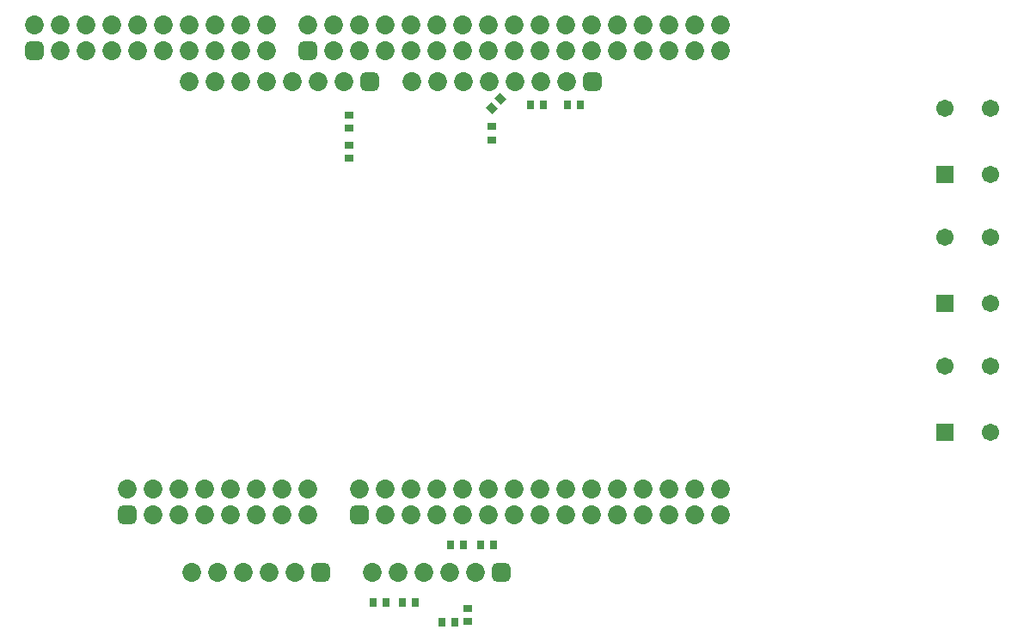
<source format=gbr>
G04*
G04 #@! TF.GenerationSoftware,Altium Limited,Altium Designer,23.10.1 (27)*
G04*
G04 Layer_Color=16711935*
%FSLAX44Y44*%
%MOMM*%
G71*
G04*
G04 #@! TF.SameCoordinates,671930CB-C111-41D6-978D-B382350784AC*
G04*
G04*
G04 #@! TF.FilePolarity,Negative*
G04*
G01*
G75*
%ADD13R,0.9032X0.8032*%
G04:AMPARAMS|DCode=15|XSize=0.9032mm|YSize=0.8032mm|CornerRadius=0mm|HoleSize=0mm|Usage=FLASHONLY|Rotation=135.000|XOffset=0mm|YOffset=0mm|HoleType=Round|Shape=Rectangle|*
%AMROTATEDRECTD15*
4,1,4,0.6033,-0.0354,0.0354,-0.6033,-0.6033,0.0354,-0.0354,0.6033,0.6033,-0.0354,0.0*
%
%ADD15ROTATEDRECTD15*%

%ADD16R,0.8032X0.9032*%
G04:AMPARAMS|DCode=18|XSize=1.8532mm|YSize=1.8532mm|CornerRadius=0.5141mm|HoleSize=0mm|Usage=FLASHONLY|Rotation=180.000|XOffset=0mm|YOffset=0mm|HoleType=Round|Shape=RoundedRectangle|*
%AMROUNDEDRECTD18*
21,1,1.8532,0.8250,0,0,180.0*
21,1,0.8250,1.8532,0,0,180.0*
1,1,1.0282,-0.4125,0.4125*
1,1,1.0282,0.4125,0.4125*
1,1,1.0282,0.4125,-0.4125*
1,1,1.0282,-0.4125,-0.4125*
%
%ADD18ROUNDEDRECTD18*%
%ADD19C,1.8532*%
%ADD20R,1.7032X1.7032*%
%ADD21C,1.7032*%
D13*
X491555Y495827D02*
D03*
Y508827D02*
D03*
X351536Y520192D02*
D03*
Y507192D02*
D03*
Y477474D02*
D03*
Y490474D02*
D03*
X468630Y34290D02*
D03*
Y21290D02*
D03*
D15*
X500713Y536273D02*
D03*
X491520Y527080D02*
D03*
D16*
X374904Y40132D02*
D03*
X387904D02*
D03*
X416560D02*
D03*
X403560D02*
D03*
X464358Y96520D02*
D03*
X451358D02*
D03*
X480776Y97028D02*
D03*
X493776D02*
D03*
X442422Y20574D02*
D03*
X455422D02*
D03*
X530098Y530352D02*
D03*
X543098D02*
D03*
X579162Y529898D02*
D03*
X566162D02*
D03*
D18*
X501500Y69497D02*
D03*
X323200D02*
D03*
X372100Y552697D02*
D03*
X591200D02*
D03*
X41778Y583880D02*
D03*
X361818Y126680D02*
D03*
X133218Y126680D02*
D03*
X311018Y583880D02*
D03*
D19*
X425300Y69497D02*
D03*
X450700D02*
D03*
X476100D02*
D03*
X399900D02*
D03*
X374500D02*
D03*
X196200D02*
D03*
X272400D02*
D03*
X247000D02*
D03*
X221600D02*
D03*
X297800D02*
D03*
X194300Y552697D02*
D03*
X219700D02*
D03*
X245100D02*
D03*
X270500D02*
D03*
X346700D02*
D03*
X321300D02*
D03*
X295900D02*
D03*
X413400D02*
D03*
X438800D02*
D03*
X464200D02*
D03*
X489600D02*
D03*
X565800D02*
D03*
X540400D02*
D03*
X515000D02*
D03*
X117978Y583880D02*
D03*
X92578D02*
D03*
X67178D02*
D03*
X143378D02*
D03*
X168778D02*
D03*
X41778Y609280D02*
D03*
X117978D02*
D03*
X92578D02*
D03*
X67178D02*
D03*
X143378D02*
D03*
X168778D02*
D03*
X194178Y583880D02*
D03*
X244978D02*
D03*
X219578D02*
D03*
X270378D02*
D03*
X194178Y609280D02*
D03*
X244978D02*
D03*
X219578D02*
D03*
X270378D02*
D03*
X692018Y126680D02*
D03*
X641218D02*
D03*
X615818D02*
D03*
X666618D02*
D03*
X717418D02*
D03*
Y152080D02*
D03*
X438018Y126680D02*
D03*
X412618D02*
D03*
X387218D02*
D03*
X463418D02*
D03*
X488818D02*
D03*
X361818Y152080D02*
D03*
X438018D02*
D03*
X412618D02*
D03*
X387218D02*
D03*
X463418D02*
D03*
X488818D02*
D03*
X514218Y126680D02*
D03*
X565018D02*
D03*
X539618D02*
D03*
X590418D02*
D03*
X514218Y152080D02*
D03*
X641218D02*
D03*
X692018D02*
D03*
X615818D02*
D03*
X565018D02*
D03*
X539618D02*
D03*
X590418D02*
D03*
X666618D02*
D03*
X311018Y152080D02*
D03*
X285618D02*
D03*
X311018Y126680D02*
D03*
X285618D02*
D03*
X260218Y152080D02*
D03*
X234818D02*
D03*
X158618D02*
D03*
X184018D02*
D03*
X209418D02*
D03*
X133218D02*
D03*
X260218Y126680D02*
D03*
X234818D02*
D03*
X158618D02*
D03*
X184018D02*
D03*
X209418D02*
D03*
X692018Y583880D02*
D03*
X641218D02*
D03*
X590418D02*
D03*
X565018D02*
D03*
X615818D02*
D03*
X666618D02*
D03*
X717418D02*
D03*
X692018Y609280D02*
D03*
X666618D02*
D03*
X717418D02*
D03*
X387218Y583880D02*
D03*
X361818D02*
D03*
X336418D02*
D03*
X412618D02*
D03*
X438018D02*
D03*
X311018Y609280D02*
D03*
X387218D02*
D03*
X361818D02*
D03*
X336418D02*
D03*
X412618D02*
D03*
X438018D02*
D03*
X463418Y583880D02*
D03*
X514218D02*
D03*
X488818D02*
D03*
X539618D02*
D03*
X463418Y609280D02*
D03*
X590418D02*
D03*
X641218D02*
D03*
X565018D02*
D03*
X514218D02*
D03*
X488818D02*
D03*
X539618D02*
D03*
X615818D02*
D03*
D20*
X938384Y461738D02*
D03*
X938382Y207784D02*
D03*
Y334784D02*
D03*
D21*
X983384Y461738D02*
D03*
Y526738D02*
D03*
X938384D02*
D03*
X983382Y207784D02*
D03*
Y272784D02*
D03*
X938382D02*
D03*
X983382Y334784D02*
D03*
Y399784D02*
D03*
X938382D02*
D03*
M02*

</source>
